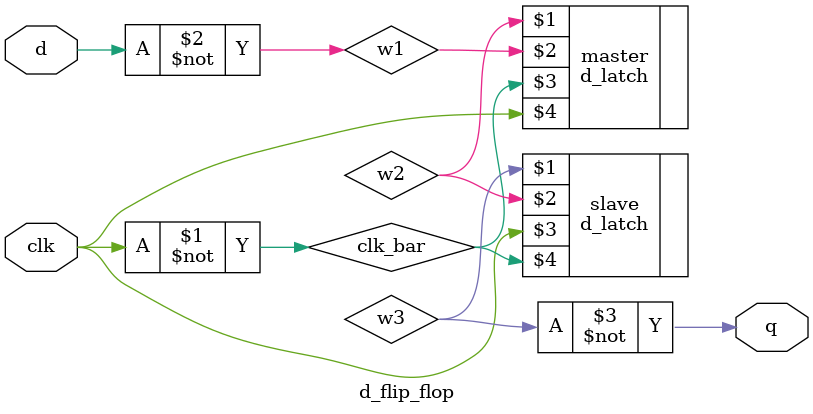
<source format=v>
`include "../src/d_latch.v"

module d_flip_flop (output q, input d, input clk);
    wire w1, w2, w3, clk_bar;

    // create inverted clk
    not (clk_bar, clk);

    // input not gate
    not (w1, d);

    d_latch master(w2, w1, clk_bar, clk);
    d_latch slave(w3, w2, clk, clk_bar);

    // output not gate
    not (q, w3);
endmodule
</source>
